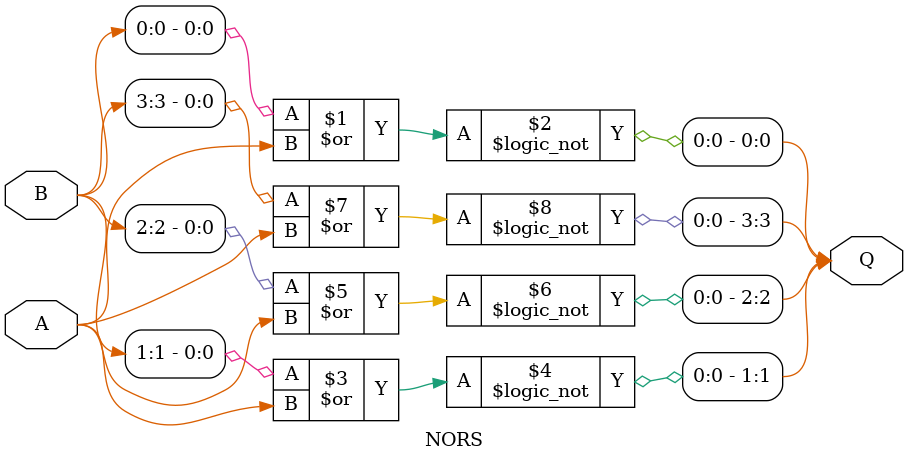
<source format=v>
`timescale 1ns / 1ps


module NORS(A,B,Q);
input wire A;
input wire [3:0] B;
output wire [3:0] Q;


assign Q[0] = !(B[0] | A);
assign Q[1] = !(B[1] | A);
assign Q[2] = !(B[2] | A);
assign Q[3] = !(B[3] | A);

endmodule
</source>
